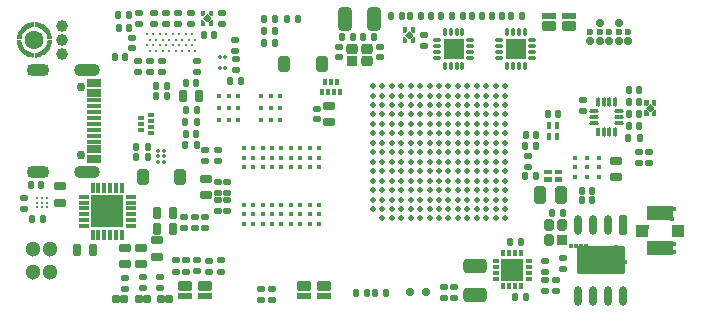
<source format=gts>
G04*
G04 #@! TF.GenerationSoftware,Altium Limited,Altium Designer,25.1.2 (22)*
G04*
G04 Layer_Color=8388736*
%FSLAX44Y44*%
%MOMM*%
G71*
G04*
G04 #@! TF.SameCoordinates,2BCE8437-4B4B-493D-AEBF-8C89570F1AAD*
G04*
G04*
G04 #@! TF.FilePolarity,Negative*
G04*
G01*
G75*
%ADD18C,0.4000*%
%ADD24C,0.3500*%
%ADD48C,0.0500*%
%ADD64C,0.5000*%
G04:AMPARAMS|DCode=65|XSize=0.35mm|YSize=0.7mm|CornerRadius=0.1125mm|HoleSize=0mm|Usage=FLASHONLY|Rotation=270.000|XOffset=0mm|YOffset=0mm|HoleType=Round|Shape=RoundedRectangle|*
%AMROUNDEDRECTD65*
21,1,0.3500,0.4750,0,0,270.0*
21,1,0.1250,0.7000,0,0,270.0*
1,1,0.2250,-0.2375,-0.0625*
1,1,0.2250,-0.2375,0.0625*
1,1,0.2250,0.2375,0.0625*
1,1,0.2250,0.2375,-0.0625*
%
%ADD65ROUNDEDRECTD65*%
G04:AMPARAMS|DCode=66|XSize=0.35mm|YSize=0.7mm|CornerRadius=0.1125mm|HoleSize=0mm|Usage=FLASHONLY|Rotation=180.000|XOffset=0mm|YOffset=0mm|HoleType=Round|Shape=RoundedRectangle|*
%AMROUNDEDRECTD66*
21,1,0.3500,0.4750,0,0,180.0*
21,1,0.1250,0.7000,0,0,180.0*
1,1,0.2250,-0.0625,0.2375*
1,1,0.2250,0.0625,0.2375*
1,1,0.2250,0.0625,-0.2375*
1,1,0.2250,-0.0625,-0.2375*
%
%ADD66ROUNDEDRECTD66*%
%ADD67R,1.7800X1.7800*%
%ADD68R,1.1000X1.1000*%
%ADD69R,2.3000X1.1500*%
%ADD70C,0.4500*%
G04:AMPARAMS|DCode=71|XSize=1.54mm|YSize=1.04mm|CornerRadius=0.295mm|HoleSize=0mm|Usage=FLASHONLY|Rotation=90.000|XOffset=0mm|YOffset=0mm|HoleType=Round|Shape=RoundedRectangle|*
%AMROUNDEDRECTD71*
21,1,1.5400,0.4500,0,0,90.0*
21,1,0.9500,1.0400,0,0,90.0*
1,1,0.5900,0.2250,0.4750*
1,1,0.5900,0.2250,-0.4750*
1,1,0.5900,-0.2250,-0.4750*
1,1,0.5900,-0.2250,0.4750*
%
%ADD71ROUNDEDRECTD71*%
%ADD72C,0.3000*%
G04:AMPARAMS|DCode=73|XSize=0.7mm|YSize=0.55mm|CornerRadius=0.1625mm|HoleSize=0mm|Usage=FLASHONLY|Rotation=0.000|XOffset=0mm|YOffset=0mm|HoleType=Round|Shape=RoundedRectangle|*
%AMROUNDEDRECTD73*
21,1,0.7000,0.2250,0,0,0.0*
21,1,0.3750,0.5500,0,0,0.0*
1,1,0.3250,0.1875,-0.1125*
1,1,0.3250,-0.1875,-0.1125*
1,1,0.3250,-0.1875,0.1125*
1,1,0.3250,0.1875,0.1125*
%
%ADD73ROUNDEDRECTD73*%
G04:AMPARAMS|DCode=74|XSize=0.7mm|YSize=0.55mm|CornerRadius=0.1625mm|HoleSize=0mm|Usage=FLASHONLY|Rotation=270.000|XOffset=0mm|YOffset=0mm|HoleType=Round|Shape=RoundedRectangle|*
%AMROUNDEDRECTD74*
21,1,0.7000,0.2250,0,0,270.0*
21,1,0.3750,0.5500,0,0,270.0*
1,1,0.3250,-0.1125,-0.1875*
1,1,0.3250,-0.1125,0.1875*
1,1,0.3250,0.1125,0.1875*
1,1,0.3250,0.1125,-0.1875*
%
%ADD74ROUNDEDRECTD74*%
G04:AMPARAMS|DCode=75|XSize=0.6mm|YSize=0.7mm|CornerRadius=0.1125mm|HoleSize=0mm|Usage=FLASHONLY|Rotation=0.000|XOffset=0mm|YOffset=0mm|HoleType=Round|Shape=RoundedRectangle|*
%AMROUNDEDRECTD75*
21,1,0.6000,0.4750,0,0,0.0*
21,1,0.3750,0.7000,0,0,0.0*
1,1,0.2250,0.1875,-0.2375*
1,1,0.2250,-0.1875,-0.2375*
1,1,0.2250,-0.1875,0.2375*
1,1,0.2250,0.1875,0.2375*
%
%ADD75ROUNDEDRECTD75*%
%ADD76O,0.9500X0.3800*%
%ADD77O,0.3800X0.9500*%
%ADD78R,0.3800X0.9500*%
%ADD79R,2.8000X2.8000*%
%ADD80C,0.3200*%
%ADD81R,1.9000X1.9000*%
G04:AMPARAMS|DCode=82|XSize=0.36mm|YSize=0.58mm|CornerRadius=0.115mm|HoleSize=0mm|Usage=FLASHONLY|Rotation=90.000|XOffset=0mm|YOffset=0mm|HoleType=Round|Shape=RoundedRectangle|*
%AMROUNDEDRECTD82*
21,1,0.3600,0.3500,0,0,90.0*
21,1,0.1300,0.5800,0,0,90.0*
1,1,0.2300,0.1750,0.0650*
1,1,0.2300,0.1750,-0.0650*
1,1,0.2300,-0.1750,-0.0650*
1,1,0.2300,-0.1750,0.0650*
%
%ADD82ROUNDEDRECTD82*%
G04:AMPARAMS|DCode=83|XSize=0.36mm|YSize=0.58mm|CornerRadius=0.115mm|HoleSize=0mm|Usage=FLASHONLY|Rotation=180.000|XOffset=0mm|YOffset=0mm|HoleType=Round|Shape=RoundedRectangle|*
%AMROUNDEDRECTD83*
21,1,0.3600,0.3500,0,0,180.0*
21,1,0.1300,0.5800,0,0,180.0*
1,1,0.2300,-0.0650,0.1750*
1,1,0.2300,0.0650,0.1750*
1,1,0.2300,0.0650,-0.1750*
1,1,0.2300,-0.0650,-0.1750*
%
%ADD83ROUNDEDRECTD83*%
%ADD84R,0.3000X0.6300*%
%ADD85R,0.9700X0.8700*%
G04:AMPARAMS|DCode=86|XSize=0.97mm|YSize=0.87mm|CornerRadius=0.2475mm|HoleSize=0mm|Usage=FLASHONLY|Rotation=0.000|XOffset=0mm|YOffset=0mm|HoleType=Round|Shape=RoundedRectangle|*
%AMROUNDEDRECTD86*
21,1,0.9700,0.3750,0,0,0.0*
21,1,0.4750,0.8700,0,0,0.0*
1,1,0.4950,0.2375,-0.1875*
1,1,0.4950,-0.2375,-0.1875*
1,1,0.4950,-0.2375,0.1875*
1,1,0.4950,0.2375,0.1875*
%
%ADD86ROUNDEDRECTD86*%
G04:AMPARAMS|DCode=87|XSize=1.2mm|YSize=2mm|CornerRadius=0.325mm|HoleSize=0mm|Usage=FLASHONLY|Rotation=270.000|XOffset=0mm|YOffset=0mm|HoleType=Round|Shape=RoundedRectangle|*
%AMROUNDEDRECTD87*
21,1,1.2000,1.3500,0,0,270.0*
21,1,0.5500,2.0000,0,0,270.0*
1,1,0.6500,-0.6750,-0.2750*
1,1,0.6500,-0.6750,0.2750*
1,1,0.6500,0.6750,0.2750*
1,1,0.6500,0.6750,-0.2750*
%
%ADD87ROUNDEDRECTD87*%
G04:AMPARAMS|DCode=88|XSize=0.97mm|YSize=0.72mm|CornerRadius=0.135mm|HoleSize=0mm|Usage=FLASHONLY|Rotation=90.000|XOffset=0mm|YOffset=0mm|HoleType=Round|Shape=RoundedRectangle|*
%AMROUNDEDRECTD88*
21,1,0.9700,0.4500,0,0,90.0*
21,1,0.7000,0.7200,0,0,90.0*
1,1,0.2700,0.2250,0.3500*
1,1,0.2700,0.2250,-0.3500*
1,1,0.2700,-0.2250,-0.3500*
1,1,0.2700,-0.2250,0.3500*
%
%ADD88ROUNDEDRECTD88*%
G04:AMPARAMS|DCode=89|XSize=1.02mm|YSize=0.72mm|CornerRadius=0.21mm|HoleSize=0mm|Usage=FLASHONLY|Rotation=0.000|XOffset=0mm|YOffset=0mm|HoleType=Round|Shape=RoundedRectangle|*
%AMROUNDEDRECTD89*
21,1,1.0200,0.3000,0,0,0.0*
21,1,0.6000,0.7200,0,0,0.0*
1,1,0.4200,0.3000,-0.1500*
1,1,0.4200,-0.3000,-0.1500*
1,1,0.4200,-0.3000,0.1500*
1,1,0.4200,0.3000,0.1500*
%
%ADD89ROUNDEDRECTD89*%
G04:AMPARAMS|DCode=90|XSize=0.35mm|YSize=0.775mm|CornerRadius=0.1125mm|HoleSize=0mm|Usage=FLASHONLY|Rotation=90.000|XOffset=0mm|YOffset=0mm|HoleType=Round|Shape=RoundedRectangle|*
%AMROUNDEDRECTD90*
21,1,0.3500,0.5500,0,0,90.0*
21,1,0.1250,0.7750,0,0,90.0*
1,1,0.2250,0.2750,0.0625*
1,1,0.2250,0.2750,-0.0625*
1,1,0.2250,-0.2750,-0.0625*
1,1,0.2250,-0.2750,0.0625*
%
%ADD90ROUNDEDRECTD90*%
G04:AMPARAMS|DCode=91|XSize=0.35mm|YSize=0.775mm|CornerRadius=0.1125mm|HoleSize=0mm|Usage=FLASHONLY|Rotation=180.000|XOffset=0mm|YOffset=0mm|HoleType=Round|Shape=RoundedRectangle|*
%AMROUNDEDRECTD91*
21,1,0.3500,0.5500,0,0,180.0*
21,1,0.1250,0.7750,0,0,180.0*
1,1,0.2250,-0.0625,0.2750*
1,1,0.2250,0.0625,0.2750*
1,1,0.2250,0.0625,-0.2750*
1,1,0.2250,-0.0625,-0.2750*
%
%ADD91ROUNDEDRECTD91*%
%ADD92R,0.3500X0.7750*%
%ADD93C,1.0000*%
G04:AMPARAMS|DCode=94|XSize=1.3mm|YSize=1mm|CornerRadius=0.1625mm|HoleSize=0mm|Usage=FLASHONLY|Rotation=90.000|XOffset=0mm|YOffset=0mm|HoleType=Round|Shape=RoundedRectangle|*
%AMROUNDEDRECTD94*
21,1,1.3000,0.6750,0,0,90.0*
21,1,0.9750,1.0000,0,0,90.0*
1,1,0.3250,0.3375,0.4875*
1,1,0.3250,0.3375,-0.4875*
1,1,0.3250,-0.3375,-0.4875*
1,1,0.3250,-0.3375,0.4875*
%
%ADD94ROUNDEDRECTD94*%
%ADD95R,0.3600X0.3600*%
G04:AMPARAMS|DCode=96|XSize=1.24mm|YSize=0.5mm|CornerRadius=0.1mm|HoleSize=0mm|Usage=FLASHONLY|Rotation=180.000|XOffset=0mm|YOffset=0mm|HoleType=Round|Shape=RoundedRectangle|*
%AMROUNDEDRECTD96*
21,1,1.2400,0.3000,0,0,180.0*
21,1,1.0400,0.5000,0,0,180.0*
1,1,0.2000,-0.5200,0.1500*
1,1,0.2000,0.5200,0.1500*
1,1,0.2000,0.5200,-0.1500*
1,1,0.2000,-0.5200,-0.1500*
%
%ADD96ROUNDEDRECTD96*%
G04:AMPARAMS|DCode=97|XSize=1.24mm|YSize=0.9mm|CornerRadius=0.15mm|HoleSize=0mm|Usage=FLASHONLY|Rotation=180.000|XOffset=0mm|YOffset=0mm|HoleType=Round|Shape=RoundedRectangle|*
%AMROUNDEDRECTD97*
21,1,1.2400,0.6000,0,0,180.0*
21,1,0.9400,0.9000,0,0,180.0*
1,1,0.3000,-0.4700,0.3000*
1,1,0.3000,0.4700,0.3000*
1,1,0.3000,0.4700,-0.3000*
1,1,0.3000,-0.4700,-0.3000*
%
%ADD97ROUNDEDRECTD97*%
%ADD98C,0.6000*%
%ADD99R,1.2400X0.7000*%
%ADD100R,1.2400X0.4000*%
G04:AMPARAMS|DCode=101|XSize=1.7mm|YSize=0.7mm|CornerRadius=0.2mm|HoleSize=0mm|Usage=FLASHONLY|Rotation=270.000|XOffset=0mm|YOffset=0mm|HoleType=Round|Shape=RoundedRectangle|*
%AMROUNDEDRECTD101*
21,1,1.7000,0.3000,0,0,270.0*
21,1,1.3000,0.7000,0,0,270.0*
1,1,0.4000,-0.1500,-0.6500*
1,1,0.4000,-0.1500,0.6500*
1,1,0.4000,0.1500,0.6500*
1,1,0.4000,0.1500,-0.6500*
%
%ADD101ROUNDEDRECTD101*%
%ADD102O,0.7000X1.7000*%
G04:AMPARAMS|DCode=103|XSize=2.4mm|YSize=4.1mm|CornerRadius=0.28mm|HoleSize=0mm|Usage=FLASHONLY|Rotation=270.000|XOffset=0mm|YOffset=0mm|HoleType=Round|Shape=RoundedRectangle|*
%AMROUNDEDRECTD103*
21,1,2.4000,3.5400,0,0,270.0*
21,1,1.8400,4.1000,0,0,270.0*
1,1,0.5600,-1.7700,-0.9200*
1,1,0.5600,-1.7700,0.9200*
1,1,0.5600,1.7700,0.9200*
1,1,0.5600,1.7700,-0.9200*
%
%ADD103ROUNDEDRECTD103*%
G04:AMPARAMS|DCode=104|XSize=0.97mm|YSize=0.87mm|CornerRadius=0.2475mm|HoleSize=0mm|Usage=FLASHONLY|Rotation=90.000|XOffset=0mm|YOffset=0mm|HoleType=Round|Shape=RoundedRectangle|*
%AMROUNDEDRECTD104*
21,1,0.9700,0.3750,0,0,90.0*
21,1,0.4750,0.8700,0,0,90.0*
1,1,0.4950,0.1875,0.2375*
1,1,0.4950,0.1875,-0.2375*
1,1,0.4950,-0.1875,-0.2375*
1,1,0.4950,-0.1875,0.2375*
%
%ADD104ROUNDEDRECTD104*%
%ADD105R,0.8700X0.9700*%
G04:AMPARAMS|DCode=106|XSize=1.2mm|YSize=2mm|CornerRadius=0.325mm|HoleSize=0mm|Usage=FLASHONLY|Rotation=0.000|XOffset=0mm|YOffset=0mm|HoleType=Round|Shape=RoundedRectangle|*
%AMROUNDEDRECTD106*
21,1,1.2000,1.3500,0,0,0.0*
21,1,0.5500,2.0000,0,0,0.0*
1,1,0.6500,0.2750,-0.6750*
1,1,0.6500,-0.2750,-0.6750*
1,1,0.6500,-0.2750,0.6750*
1,1,0.6500,0.2750,0.6750*
%
%ADD106ROUNDEDRECTD106*%
%ADD107R,0.6300X0.3000*%
G04:AMPARAMS|DCode=108|XSize=0.97mm|YSize=0.72mm|CornerRadius=0.135mm|HoleSize=0mm|Usage=FLASHONLY|Rotation=0.000|XOffset=0mm|YOffset=0mm|HoleType=Round|Shape=RoundedRectangle|*
%AMROUNDEDRECTD108*
21,1,0.9700,0.4500,0,0,0.0*
21,1,0.7000,0.7200,0,0,0.0*
1,1,0.2700,0.3500,-0.2250*
1,1,0.2700,-0.3500,-0.2250*
1,1,0.2700,-0.3500,0.2250*
1,1,0.2700,0.3500,0.2250*
%
%ADD108ROUNDEDRECTD108*%
%ADD109R,0.3600X0.3600*%
G04:AMPARAMS|DCode=110|XSize=0.6mm|YSize=0.7mm|CornerRadius=0.175mm|HoleSize=0mm|Usage=FLASHONLY|Rotation=180.000|XOffset=0mm|YOffset=0mm|HoleType=Round|Shape=RoundedRectangle|*
%AMROUNDEDRECTD110*
21,1,0.6000,0.3500,0,0,180.0*
21,1,0.2500,0.7000,0,0,180.0*
1,1,0.3500,-0.1250,0.1750*
1,1,0.3500,0.1250,0.1750*
1,1,0.3500,0.1250,-0.1750*
1,1,0.3500,-0.1250,-0.1750*
%
%ADD110ROUNDEDRECTD110*%
%ADD111C,1.6000*%
%ADD112C,1.3000*%
%ADD113O,1.9000X1.1000*%
%ADD114O,2.2000X1.1000*%
%ADD115C,0.7500*%
%ADD116C,0.1000*%
%ADD117C,0.7000*%
G36*
X161644Y252490D02*
X162120D01*
X162120Y252015D01*
X162122Y251990D01*
Y249590D01*
X162120Y249564D01*
X162120Y249290D01*
X160420Y247590D01*
X160144Y247590D01*
X160120Y247588D01*
X160120Y247588D01*
X159020D01*
X158996Y247590D01*
X158520Y247590D01*
Y248065D01*
X158518Y248090D01*
Y251990D01*
X158520Y252015D01*
Y252490D01*
X158996D01*
X159020Y252492D01*
X161620D01*
X161644Y252490D01*
D02*
G37*
G36*
X168144D02*
X168620D01*
Y252015D01*
X168622Y251990D01*
Y248090D01*
X168620Y248065D01*
Y247590D01*
X168144Y247590D01*
X168120Y247588D01*
X167020D01*
X167020Y247588D01*
X166996Y247590D01*
X166720Y247590D01*
X165020Y249290D01*
X165020Y249564D01*
X165018Y249590D01*
Y251990D01*
X165020Y252015D01*
X165020Y252490D01*
X165495D01*
X165520Y252492D01*
X168120D01*
X168144Y252490D01*
D02*
G37*
G36*
X167020Y244392D02*
X168120D01*
X168144Y244390D01*
X168620Y244390D01*
Y243915D01*
X168622Y243890D01*
Y239990D01*
X168620Y239965D01*
Y239490D01*
X168144D01*
X168120Y239488D01*
X165520D01*
X165495Y239490D01*
X165020D01*
X165020Y239965D01*
X165018Y239990D01*
Y242390D01*
X165020Y242416D01*
X165020Y242690D01*
X166720Y244390D01*
X166996Y244390D01*
X167020Y244392D01*
X167020Y244392D01*
D02*
G37*
G36*
X16362Y242655D02*
X16394Y242654D01*
X16411Y242650D01*
X16428Y242648D01*
X16458Y242639D01*
X16490Y242632D01*
X16506Y242625D01*
X16522Y242620D01*
X16550Y242605D01*
X16580Y242591D01*
X16594Y242581D01*
X16609Y242573D01*
X16633Y242553D01*
X16660Y242534D01*
X16672Y242522D01*
X16685Y242511D01*
X16706Y242486D01*
X16727Y242463D01*
X16737Y242448D01*
X16748Y242435D01*
X16763Y242406D01*
X16780Y242379D01*
X16786Y242363D01*
X16794Y242348D01*
X16803Y242317D01*
X16815Y242287D01*
X16818Y242270D01*
X16823Y242253D01*
X16826Y242222D01*
X16831Y242190D01*
X16831Y242173D01*
X16832Y242155D01*
X16833Y239146D01*
X16831Y239130D01*
X16832Y239113D01*
X16831Y239112D01*
X16831Y239111D01*
X16826Y239080D01*
X16823Y239049D01*
X16818Y239033D01*
X16816Y239016D01*
X16815Y239015D01*
X16815Y239014D01*
X16803Y238984D01*
X16795Y238954D01*
X16787Y238940D01*
X16781Y238924D01*
X16780Y238923D01*
X16780Y238922D01*
X16780Y238922D01*
X16763Y238895D01*
X16748Y238867D01*
X16738Y238855D01*
X16729Y238841D01*
X16728Y238839D01*
X16727Y238838D01*
X16705Y238815D01*
X16686Y238791D01*
X16673Y238781D01*
X16661Y238769D01*
X16660Y238768D01*
X16659Y238767D01*
X16634Y238749D01*
X16609Y238729D01*
X16595Y238721D01*
X16581Y238711D01*
X16580Y238711D01*
X16579Y238710D01*
X16550Y238697D01*
X16523Y238682D01*
X16507Y238678D01*
X16492Y238671D01*
X16490Y238670D01*
X16489Y238670D01*
X16458Y238663D01*
X16428Y238654D01*
X16412Y238652D01*
X16396Y238648D01*
X15433Y238522D01*
X13571Y238023D01*
X11833Y237213D01*
X10263Y236113D01*
X8907Y234758D01*
X7807Y233187D01*
X6997Y231450D01*
X6498Y229587D01*
X6372Y228624D01*
X6368Y228608D01*
X6366Y228592D01*
X6357Y228560D01*
X6349Y228528D01*
X6342Y228514D01*
X6338Y228498D01*
X6322Y228469D01*
X6309Y228439D01*
X6299Y228426D01*
X6291Y228411D01*
X6270Y228385D01*
X6251Y228359D01*
X6239Y228348D01*
X6229Y228335D01*
X6203Y228314D01*
X6180Y228291D01*
X6165Y228283D01*
X6153Y228272D01*
X6124Y228257D01*
X6096Y228239D01*
X6080Y228234D01*
X6066Y228226D01*
X6034Y228216D01*
X6004Y228205D01*
X5987Y228202D01*
X5972Y228197D01*
X5939Y228194D01*
X5907Y228189D01*
X5890Y228189D01*
X5874Y228188D01*
X2864Y228188D01*
X2847Y228190D01*
X2830Y228189D01*
X2798Y228194D01*
X2767Y228198D01*
X2750Y228203D01*
X2733Y228206D01*
X2703Y228217D01*
X2672Y228226D01*
X2672Y228226D01*
D01*
X2657Y228234D01*
X2641Y228241D01*
X2614Y228258D01*
X2585Y228273D01*
X2572Y228284D01*
X2557Y228293D01*
X2534Y228315D01*
X2509Y228335D01*
X2509Y228335D01*
X2509Y228335D01*
X2498Y228349D01*
X2486Y228361D01*
X2467Y228387D01*
X2447Y228411D01*
X2439Y228426D01*
X2429Y228441D01*
X2415Y228470D01*
X2400Y228498D01*
D01*
X2400Y228498D01*
X2395Y228515D01*
X2388Y228531D01*
X2381Y228562D01*
X2372Y228592D01*
X2370Y228610D01*
X2366Y228627D01*
X2365Y228659D01*
X2362Y228690D01*
Y228690D01*
Y228690D01*
X2364Y228708D01*
X2363Y228725D01*
X2453Y230024D01*
X2461Y230068D01*
X2467Y230112D01*
X3107Y232637D01*
X3122Y232679D01*
X3137Y232721D01*
X4216Y235091D01*
X4238Y235130D01*
X4260Y235169D01*
X5744Y237309D01*
X5772Y237343D01*
X5801Y237378D01*
X7642Y239219D01*
X7678Y239248D01*
X7711Y239277D01*
X9851Y240760D01*
X9890Y240782D01*
X9929Y240805D01*
X12299Y241883D01*
X12342Y241898D01*
X12384Y241913D01*
X14908Y242553D01*
X14952Y242559D01*
X14997Y242567D01*
X16295Y242657D01*
X16313Y242656D01*
X16330Y242658D01*
X16362Y242655D01*
D02*
G37*
G36*
X163863Y249297D02*
X163926Y249246D01*
X163926Y249246D01*
X163926Y249246D01*
X166825Y246345D01*
X166848Y246318D01*
X166873Y246287D01*
X167170Y245990D01*
X166873Y245693D01*
X166825Y245635D01*
X163925Y242734D01*
X163925Y242734D01*
X163925Y242734D01*
X163897Y242712D01*
X163866Y242686D01*
X163570Y242390D01*
X163277Y242683D01*
X163214Y242734D01*
X163214Y242734D01*
X163214Y242734D01*
X160315Y245635D01*
X160292Y245662D01*
X160267Y245693D01*
X159970Y245990D01*
X160266Y246287D01*
X160315Y246345D01*
X163215Y249246D01*
X163215Y249246D01*
X163215Y249246D01*
X163242Y249268D01*
X163274Y249294D01*
X163570Y249590D01*
X163863Y249297D01*
D02*
G37*
G36*
X160144Y244390D02*
X160420Y244390D01*
X162120Y242690D01*
X162120Y242416D01*
X162122Y242390D01*
Y239990D01*
X162120Y239965D01*
X162120Y239490D01*
X161644D01*
X161620Y239488D01*
X159020D01*
X158996Y239490D01*
X158520D01*
Y239965D01*
X158518Y239990D01*
Y243890D01*
X158520Y243915D01*
Y244390D01*
X158996Y244390D01*
X159020Y244392D01*
X160120D01*
X160120Y244392D01*
X160144Y244390D01*
D02*
G37*
G36*
X332724Y238250D02*
X333200D01*
X333200Y237775D01*
X333202Y237750D01*
Y235350D01*
X333200Y235324D01*
X333200Y235050D01*
X331500Y233350D01*
X331223Y233350D01*
X331200Y233348D01*
X331200Y233348D01*
X330100D01*
X330076Y233350D01*
X329600Y233350D01*
Y233825D01*
X329598Y233850D01*
Y237750D01*
X329600Y237775D01*
Y238250D01*
X330075D01*
X330100Y238252D01*
X332700D01*
X332724Y238250D01*
D02*
G37*
G36*
X339225D02*
X339700D01*
Y237775D01*
X339702Y237750D01*
Y233850D01*
X339700Y233825D01*
Y233350D01*
X339224Y233350D01*
X339200Y233348D01*
X338100D01*
X338100Y233348D01*
X338077Y233350D01*
X337800Y233350D01*
X336100Y235050D01*
X336100Y235324D01*
X336098Y235350D01*
Y237750D01*
X336100Y237775D01*
X336100Y238250D01*
X336576D01*
X336600Y238252D01*
X339200D01*
X339225Y238250D01*
D02*
G37*
G36*
X338100Y230152D02*
X339200D01*
X339224Y230150D01*
X339700Y230150D01*
Y229674D01*
X339702Y229650D01*
Y225750D01*
X339700Y225725D01*
Y225250D01*
X339225D01*
X339200Y225248D01*
X336600D01*
X336576Y225250D01*
X336100D01*
X336100Y225725D01*
X336098Y225750D01*
Y228150D01*
X336100Y228176D01*
X336100Y228450D01*
X337800Y230150D01*
X338077Y230150D01*
X338100Y230152D01*
X338100Y230152D01*
D02*
G37*
G36*
X18347Y242686D02*
X18365Y242687D01*
X19663Y242597D01*
X19708Y242589D01*
X19752Y242583D01*
X22276Y241943D01*
X22318Y241928D01*
X22361Y241913D01*
X24731Y240835D01*
X24769Y240812D01*
X24809Y240790D01*
X26948Y239307D01*
X26982Y239278D01*
X27018Y239249D01*
X28859Y237408D01*
X28888Y237373D01*
X28916Y237339D01*
X30400Y235199D01*
X30422Y235160D01*
X30444Y235121D01*
X31523Y232751D01*
X31538Y232709D01*
X31553Y232666D01*
X32193Y230142D01*
X32199Y230098D01*
X32207Y230054D01*
X32297Y228755D01*
X32296Y228738D01*
X32298Y228720D01*
Y228720D01*
Y228720D01*
X32295Y228692D01*
X32295Y228688D01*
X32294Y228657D01*
X32290Y228640D01*
X32288Y228622D01*
X32279Y228591D01*
X32272Y228561D01*
X32265Y228545D01*
X32260Y228528D01*
X32260Y228528D01*
D01*
X32244Y228500D01*
X32231Y228471D01*
X32221Y228457D01*
X32213Y228441D01*
X32193Y228416D01*
X32174Y228390D01*
X32162Y228379D01*
X32151Y228365D01*
X32151Y228365D01*
X32151Y228365D01*
X32126Y228344D01*
X32103Y228323D01*
X32088Y228314D01*
X32075Y228303D01*
X32046Y228287D01*
X32019Y228271D01*
X32003Y228264D01*
X31988Y228256D01*
D01*
X31988Y228256D01*
X31957Y228247D01*
X31927Y228235D01*
X31910Y228233D01*
X31893Y228228D01*
X31862Y228224D01*
X31830Y228219D01*
X31813Y228220D01*
X31795Y228218D01*
X28786Y228218D01*
X28770Y228219D01*
X28753Y228219D01*
X28721Y228224D01*
X28688Y228227D01*
X28672Y228232D01*
X28656Y228235D01*
X28626Y228246D01*
X28594Y228256D01*
X28579Y228264D01*
X28564Y228269D01*
X28536Y228287D01*
X28507Y228302D01*
X28495Y228313D01*
X28480Y228321D01*
X28456Y228344D01*
X28431Y228365D01*
X28421Y228377D01*
X28409Y228389D01*
X28390Y228415D01*
X28369Y228441D01*
X28361Y228455D01*
X28351Y228469D01*
X28338Y228499D01*
X28322Y228528D01*
X28317Y228543D01*
X28311Y228559D01*
X28303Y228591D01*
X28294Y228622D01*
X28292Y228638D01*
X28288Y228654D01*
X28162Y229617D01*
X27663Y231479D01*
X26853Y233217D01*
X25753Y234788D01*
X24397Y236143D01*
X22827Y237243D01*
X21089Y238053D01*
X19226Y238552D01*
X18264Y238678D01*
X18248Y238682D01*
X18232Y238684D01*
X18215Y238689D01*
X18197Y238692D01*
X18183Y238697D01*
X18168Y238701D01*
X18153Y238708D01*
X18137Y238712D01*
X18122Y238720D01*
X18105Y238727D01*
X18092Y238735D01*
X18079Y238741D01*
X18065Y238751D01*
X18051Y238759D01*
X18037Y238770D01*
X18022Y238780D01*
X18011Y238790D01*
X17998Y238799D01*
X17987Y238811D01*
X17974Y238821D01*
X17963Y238835D01*
X17950Y238847D01*
X17941Y238859D01*
X17931Y238871D01*
X17922Y238885D01*
X17912Y238897D01*
X17904Y238913D01*
X17893Y238928D01*
X17887Y238941D01*
X17879Y238954D01*
X17873Y238970D01*
X17866Y238984D01*
X17860Y239001D01*
X17853Y239018D01*
X17850Y239032D01*
X17844Y239046D01*
X17842Y239063D01*
X17837Y239079D01*
X17835Y239096D01*
X17831Y239114D01*
X17831Y239129D01*
X17828Y239144D01*
X17829Y239160D01*
X17827Y239177D01*
X17828Y242185D01*
X17829Y242203D01*
X17829Y242220D01*
X17834Y242252D01*
X17837Y242283D01*
X17842Y242300D01*
X17845Y242317D01*
X17857Y242347D01*
X17866Y242378D01*
X17874Y242393D01*
X17880Y242409D01*
X17897Y242436D01*
X17912Y242465D01*
X17923Y242478D01*
X17932Y242493D01*
X17954Y242516D01*
X17975Y242541D01*
X17988Y242552D01*
X18000Y242564D01*
X18026Y242583D01*
X18051Y242603D01*
X18066Y242611D01*
X18080Y242621D01*
X18110Y242635D01*
X18138Y242650D01*
X18154Y242655D01*
X18170Y242662D01*
X18201Y242669D01*
X18232Y242678D01*
X18249Y242680D01*
X18266Y242684D01*
X18298Y242685D01*
X18330Y242688D01*
X18347Y242686D01*
D02*
G37*
G36*
X334943Y235057D02*
X335006Y235006D01*
X335006Y235006D01*
X335006Y235006D01*
X337905Y232105D01*
X337928Y232078D01*
X337953Y232047D01*
X338250Y231750D01*
X337953Y231453D01*
X337905Y231395D01*
X335005Y228494D01*
X335005Y228494D01*
X335005Y228494D01*
X334978Y228472D01*
X334946Y228446D01*
X334650Y228150D01*
X334357Y228443D01*
X334294Y228494D01*
X334294Y228494D01*
X334294Y228494D01*
X331395Y231395D01*
X331372Y231422D01*
X331347Y231453D01*
X331050Y231750D01*
X331347Y232047D01*
X331395Y232105D01*
X334295Y235006D01*
X334295Y235006D01*
X334295Y235006D01*
X334323Y235028D01*
X334354Y235054D01*
X334650Y235350D01*
X334943Y235057D01*
D02*
G37*
G36*
X31786Y227192D02*
X31803Y227190D01*
X31820Y227191D01*
X31851Y227186D01*
X31883Y227182D01*
X31900Y227177D01*
X31917Y227174D01*
X31947Y227163D01*
X31978Y227154D01*
X31993Y227145D01*
X32009Y227139D01*
X32036Y227123D01*
X32065Y227107D01*
X32078Y227096D01*
X32093Y227087D01*
X32115Y227066D01*
X32141Y227045D01*
X32152Y227031D01*
X32164Y227020D01*
X32183Y226994D01*
X32189Y226986D01*
X32203Y226969D01*
X32206Y226963D01*
X32211Y226953D01*
X32221Y226939D01*
X32234Y226910D01*
X32250Y226882D01*
X32255Y226865D01*
X32262Y226849D01*
X32269Y226819D01*
X32278Y226788D01*
X32280Y226770D01*
X32284Y226753D01*
X32285Y226722D01*
X32286Y226707D01*
X32288Y226690D01*
Y226690D01*
Y226690D01*
X32286Y226672D01*
X32287Y226655D01*
X32197Y225356D01*
X32189Y225312D01*
X32183Y225267D01*
X31543Y222743D01*
X31528Y222701D01*
X31513Y222659D01*
X30434Y220289D01*
X30412Y220250D01*
X30390Y220211D01*
X28906Y218071D01*
X28877Y218037D01*
X28849Y218002D01*
X27008Y216161D01*
X26972Y216132D01*
X26939Y216103D01*
X24799Y214620D01*
X24759Y214598D01*
X24721Y214575D01*
X22351Y213496D01*
X22308Y213482D01*
X22266Y213467D01*
X19742Y212827D01*
X19698Y212821D01*
X19653Y212813D01*
X18355Y212723D01*
X18337Y212724D01*
X18320Y212722D01*
X18288Y212725D01*
X18256Y212726D01*
X18239Y212730D01*
X18222Y212732D01*
X18191Y212741D01*
X18160Y212748D01*
X18144Y212755D01*
X18128Y212760D01*
X18099Y212775D01*
X18070Y212789D01*
X18056Y212799D01*
X18041Y212807D01*
X18016Y212827D01*
X17990Y212846D01*
X17978Y212858D01*
X17965Y212869D01*
X17944Y212894D01*
X17923Y212917D01*
X17913Y212932D01*
X17902Y212945D01*
X17887Y212974D01*
X17870Y213001D01*
X17864Y213017D01*
X17856Y213032D01*
X17846Y213063D01*
X17835Y213093D01*
X17832Y213110D01*
X17827Y213127D01*
X17824Y213158D01*
X17819Y213190D01*
X17819Y213207D01*
X17817Y213225D01*
X17817Y216233D01*
X17817Y216234D01*
X17819Y216250D01*
X17818Y216266D01*
X17824Y216299D01*
X17827Y216332D01*
X17832Y216347D01*
X17834Y216364D01*
X17846Y216394D01*
X17855Y216426D01*
X17863Y216440D01*
X17869Y216456D01*
X17886Y216484D01*
X17902Y216513D01*
X17912Y216525D01*
X17921Y216539D01*
X17944Y216563D01*
X17964Y216589D01*
X17977Y216599D01*
X17989Y216611D01*
X18015Y216630D01*
X18040Y216651D01*
X18055Y216659D01*
X18068Y216669D01*
X18098Y216682D01*
X18127Y216698D01*
X18143Y216702D01*
X18158Y216709D01*
X18190Y216717D01*
X18222Y216726D01*
X18238Y216728D01*
X18254Y216732D01*
X19216Y216858D01*
X21079Y217357D01*
X22817Y218167D01*
X24388Y219267D01*
X25743Y220622D01*
X26843Y222193D01*
X27653Y223930D01*
X28152Y225793D01*
X28278Y226756D01*
X28282Y226772D01*
X28284Y226788D01*
X28293Y226820D01*
X28301Y226851D01*
X28307Y226866D01*
X28312Y226882D01*
X28328Y226911D01*
X28341Y226941D01*
X28351Y226954D01*
X28359Y226969D01*
X28380Y226995D01*
X28399Y227021D01*
X28410Y227032D01*
X28421Y227045D01*
X28447Y227066D01*
X28470Y227089D01*
X28485Y227097D01*
X28497Y227108D01*
X28526Y227123D01*
X28554Y227141D01*
X28570Y227146D01*
X28584Y227154D01*
X28616Y227164D01*
X28646Y227175D01*
X28663Y227178D01*
X28678Y227183D01*
X28711Y227186D01*
X28743Y227191D01*
X28760Y227191D01*
X28776Y227192D01*
X31786Y227192D01*
D02*
G37*
G36*
X5880Y227191D02*
X5896Y227191D01*
X5929Y227186D01*
X5961Y227183D01*
X5977Y227178D01*
X5994Y227175D01*
X6024Y227164D01*
X6056Y227154D01*
X6070Y227146D01*
X6086Y227141D01*
X6114Y227123D01*
X6143Y227108D01*
X6155Y227097D01*
X6169Y227089D01*
X6193Y227066D01*
X6219Y227045D01*
X6229Y227032D01*
X6241Y227021D01*
X6260Y226995D01*
X6281Y226969D01*
X6289Y226954D01*
X6299Y226941D01*
X6312Y226911D01*
X6328Y226882D01*
X6332Y226866D01*
X6339Y226851D01*
X6347Y226820D01*
X6356Y226788D01*
X6358Y226772D01*
X6362Y226756D01*
X6488Y225793D01*
X6987Y223930D01*
X7797Y222193D01*
X8897Y220622D01*
X10253Y219267D01*
X11823Y218167D01*
X13561Y217357D01*
X15424Y216858D01*
X16386Y216732D01*
X16402Y216728D01*
X16418Y216726D01*
X16450Y216717D01*
X16482Y216709D01*
X16497Y216702D01*
X16513Y216698D01*
X16513Y216698D01*
D01*
X16542Y216682D01*
X16571Y216669D01*
X16585Y216659D01*
X16600Y216651D01*
X16625Y216630D01*
X16652Y216611D01*
X16663Y216599D01*
X16676Y216589D01*
X16676Y216589D01*
X16676Y216589D01*
X16696Y216563D01*
X16719Y216539D01*
X16728Y216525D01*
X16738Y216513D01*
X16753Y216484D01*
X16771Y216456D01*
X16777Y216441D01*
X16784Y216426D01*
D01*
X16784Y216426D01*
X16794Y216394D01*
X16805Y216364D01*
X16808Y216348D01*
X16813Y216332D01*
X16816Y216299D01*
X16822Y216266D01*
X16821Y216250D01*
X16823Y216234D01*
Y216234D01*
Y216234D01*
X16822Y213225D01*
X16821Y213207D01*
X16821Y213190D01*
X16816Y213158D01*
X16813Y213127D01*
X16808Y213110D01*
X16805Y213093D01*
X16793Y213063D01*
X16784Y213032D01*
X16776Y213017D01*
X16770Y213001D01*
X16753Y212974D01*
X16738Y212945D01*
X16727Y212932D01*
X16717Y212917D01*
X16696Y212894D01*
X16675Y212869D01*
X16662Y212858D01*
X16650Y212846D01*
X16624Y212827D01*
X16599Y212807D01*
X16584Y212799D01*
X16570Y212789D01*
X16540Y212775D01*
X16512Y212760D01*
X16495Y212755D01*
X16480Y212748D01*
X16449Y212741D01*
X16418Y212732D01*
X16401Y212730D01*
X16384Y212726D01*
X16352Y212725D01*
X16320Y212722D01*
X16303Y212724D01*
X16285Y212723D01*
X14986Y212813D01*
X14942Y212821D01*
X14898Y212827D01*
X12374Y213467D01*
X12332Y213482D01*
X12289Y213496D01*
X9919Y214575D01*
X9880Y214598D01*
X9841Y214620D01*
X7701Y216103D01*
X7668Y216132D01*
X7632Y216161D01*
X5791Y218002D01*
X5762Y218037D01*
X5734Y218071D01*
X4250Y220211D01*
X4228Y220250D01*
X4205Y220289D01*
X3127Y222659D01*
X3112Y222701D01*
X3097Y222743D01*
X2457Y225267D01*
X2451Y225312D01*
X2443Y225356D01*
X2353Y226655D01*
X2354Y226672D01*
X2352Y226690D01*
D01*
Y226690D01*
Y226690D01*
X2355Y226721D01*
X2356Y226753D01*
X2360Y226770D01*
X2362Y226788D01*
X2371Y226818D01*
X2378Y226849D01*
X2385Y226865D01*
X2390Y226882D01*
X2390Y226882D01*
D01*
X2405Y226910D01*
X2419Y226939D01*
X2429Y226953D01*
X2437Y226969D01*
X2457Y226994D01*
X2476Y227020D01*
X2488Y227031D01*
X2499Y227045D01*
X2499Y227045D01*
X2499Y227045D01*
X2524Y227066D01*
X2547Y227087D01*
X2562Y227096D01*
X2575Y227107D01*
X2604Y227123D01*
X2631Y227139D01*
X2647Y227146D01*
X2662Y227154D01*
D01*
X2662Y227154D01*
X2693Y227163D01*
X2723Y227174D01*
X2740Y227177D01*
X2756Y227182D01*
X2789Y227186D01*
X2820Y227191D01*
X2837Y227190D01*
X2855Y227192D01*
X5864Y227192D01*
X5880Y227191D01*
D02*
G37*
G36*
X331223Y230150D02*
X331500Y230150D01*
X333200Y228450D01*
X333200Y228176D01*
X333202Y228150D01*
Y225750D01*
X333200Y225725D01*
X333200Y225250D01*
X332724D01*
X332700Y225248D01*
X330100D01*
X330075Y225250D01*
X329600D01*
Y225725D01*
X329598Y225750D01*
Y229650D01*
X329600Y229674D01*
Y230150D01*
X330076Y230150D01*
X330100Y230152D01*
X331200D01*
X331200Y230152D01*
X331223Y230150D01*
D02*
G37*
G36*
X536824Y176450D02*
X537300D01*
X537300Y175975D01*
X537302Y175950D01*
Y173550D01*
X537300Y173524D01*
X537300Y173250D01*
X535600Y171550D01*
X535323Y171550D01*
X535300Y171548D01*
X535300Y171548D01*
X534200D01*
X534176Y171550D01*
X533700Y171550D01*
Y172026D01*
X533698Y172050D01*
Y175950D01*
X533700Y175975D01*
Y176450D01*
X534175D01*
X534200Y176452D01*
X536800D01*
X536824Y176450D01*
D02*
G37*
G36*
X543325D02*
X543800D01*
Y175975D01*
X543802Y175950D01*
Y172050D01*
X543800Y172026D01*
Y171550D01*
X543324Y171550D01*
X543300Y171548D01*
X542200D01*
X542200Y171548D01*
X542177Y171550D01*
X541900Y171550D01*
X540200Y173250D01*
X540200Y173524D01*
X540198Y173550D01*
Y175950D01*
X540200Y175975D01*
X540200Y176450D01*
X540676D01*
X540700Y176452D01*
X543300D01*
X543325Y176450D01*
D02*
G37*
G36*
X542200Y168352D02*
X543300D01*
X543324Y168350D01*
X543800Y168350D01*
Y167875D01*
X543802Y167850D01*
Y163950D01*
X543800Y163925D01*
Y163450D01*
X543325D01*
X543300Y163448D01*
X540700D01*
X540676Y163450D01*
X540200D01*
X540200Y163925D01*
X540198Y163950D01*
Y166350D01*
X540200Y166376D01*
X540200Y166650D01*
X541900Y168350D01*
X542177Y168350D01*
X542200Y168352D01*
X542200Y168352D01*
D02*
G37*
G36*
X539043Y173257D02*
X539106Y173206D01*
X539106Y173206D01*
X539106Y173206D01*
X542005Y170305D01*
X542028Y170278D01*
X542053Y170247D01*
X542350Y169950D01*
X542053Y169653D01*
X542005Y169595D01*
X539105Y166694D01*
X539105Y166694D01*
X539105Y166694D01*
X539078Y166672D01*
X539046Y166646D01*
X538750Y166350D01*
X538457Y166643D01*
X538394Y166694D01*
X538394Y166694D01*
X538394Y166694D01*
X535495Y169595D01*
X535472Y169622D01*
X535447Y169653D01*
X535150Y169950D01*
X535447Y170247D01*
X535495Y170305D01*
X538395Y173206D01*
X538395Y173206D01*
X538395Y173206D01*
X538423Y173228D01*
X538454Y173254D01*
X538750Y173550D01*
X539043Y173257D01*
D02*
G37*
G36*
X535323Y168350D02*
X535600Y168350D01*
X537300Y166650D01*
X537300Y166376D01*
X537302Y166350D01*
Y163950D01*
X537300Y163925D01*
X537300Y163450D01*
X536824D01*
X536800Y163448D01*
X534200D01*
X534175Y163450D01*
X533700D01*
Y163925D01*
X533698Y163950D01*
Y167850D01*
X533700Y167875D01*
Y168350D01*
X534176Y168350D01*
X534200Y168352D01*
X535300D01*
X535300Y168352D01*
X535323Y168350D01*
D02*
G37*
G36*
X461521Y151950D02*
X457821D01*
Y158250D01*
X461521D01*
Y151950D01*
D02*
G37*
G36*
X455021D02*
X451321D01*
Y158250D01*
X455021D01*
Y151950D01*
D02*
G37*
G36*
X461521Y142850D02*
X457821D01*
Y149150D01*
X461521D01*
Y142850D01*
D02*
G37*
G36*
X455021D02*
X451321D01*
Y149150D01*
X455021D01*
Y142850D01*
D02*
G37*
G36*
X464300Y114100D02*
X458000D01*
Y117800D01*
X464300D01*
Y114100D01*
D02*
G37*
G36*
X455200D02*
X448900D01*
Y117800D01*
X455200D01*
Y114100D01*
D02*
G37*
G36*
X464300Y107600D02*
X458000D01*
Y111300D01*
X464300D01*
Y107600D01*
D02*
G37*
G36*
X455200D02*
X448900D01*
Y111300D01*
X455200D01*
Y107600D01*
D02*
G37*
D18*
X209500Y160000D02*
D03*
Y170000D02*
D03*
Y180000D02*
D03*
X217500Y160000D02*
D03*
Y170000D02*
D03*
Y180000D02*
D03*
X225500Y160000D02*
D03*
Y170000D02*
D03*
Y180000D02*
D03*
X174000Y160000D02*
D03*
Y170000D02*
D03*
Y180000D02*
D03*
X182000Y160000D02*
D03*
Y170000D02*
D03*
Y180000D02*
D03*
X190000Y160000D02*
D03*
Y170000D02*
D03*
Y180000D02*
D03*
X495000Y112000D02*
D03*
X485000D02*
D03*
X475000D02*
D03*
X495000Y120000D02*
D03*
X485000D02*
D03*
X475000D02*
D03*
X495000Y128000D02*
D03*
X485000D02*
D03*
X475000D02*
D03*
X510000Y52000D02*
D03*
X547000Y48000D02*
D03*
X544000Y55000D02*
D03*
X553000D02*
D03*
Y48000D02*
D03*
X559000Y55000D02*
D03*
Y48000D02*
D03*
X559054Y84836D02*
D03*
X552450D02*
D03*
X545084Y84582D02*
D03*
X538226D02*
D03*
X552450Y79756D02*
D03*
X545084D02*
D03*
X538226D02*
D03*
X535686Y69088D02*
D03*
X529082D02*
D03*
Y63500D02*
D03*
X502551Y42449D02*
D03*
X476000Y53000D02*
D03*
X472000D02*
D03*
X480000D02*
D03*
X484000D02*
D03*
X512000Y43000D02*
D03*
X517500Y40000D02*
D03*
X507000Y45000D02*
D03*
X557022Y75946D02*
D03*
X416400Y34900D02*
D03*
Y39800D02*
D03*
Y29400D02*
D03*
D24*
X174700Y213500D02*
D03*
Y203500D02*
D03*
X178800D02*
D03*
Y213500D02*
D03*
X127000Y134000D02*
D03*
Y129000D02*
D03*
Y124000D02*
D03*
X122000Y134000D02*
D03*
Y129000D02*
D03*
Y124000D02*
D03*
D48*
X7820Y218940D02*
D03*
Y236440D02*
D03*
X26820D02*
D03*
Y218940D02*
D03*
D64*
X303882Y84528D02*
D03*
Y92528D02*
D03*
Y100528D02*
D03*
Y108528D02*
D03*
Y116528D02*
D03*
Y124528D02*
D03*
Y132528D02*
D03*
Y140528D02*
D03*
Y148528D02*
D03*
Y156528D02*
D03*
Y164528D02*
D03*
Y172528D02*
D03*
Y180528D02*
D03*
Y188528D02*
D03*
X311882Y76528D02*
D03*
Y84528D02*
D03*
Y92528D02*
D03*
Y100528D02*
D03*
Y108528D02*
D03*
Y116528D02*
D03*
Y124528D02*
D03*
Y132528D02*
D03*
Y140528D02*
D03*
Y148528D02*
D03*
Y156528D02*
D03*
Y164528D02*
D03*
Y172528D02*
D03*
Y180528D02*
D03*
Y188528D02*
D03*
X319882Y76528D02*
D03*
Y84528D02*
D03*
Y92528D02*
D03*
Y100528D02*
D03*
Y108528D02*
D03*
Y116528D02*
D03*
Y124528D02*
D03*
Y132528D02*
D03*
Y140528D02*
D03*
Y148528D02*
D03*
Y156528D02*
D03*
Y164528D02*
D03*
Y172528D02*
D03*
Y180528D02*
D03*
Y188528D02*
D03*
X327882Y76528D02*
D03*
Y84528D02*
D03*
Y92528D02*
D03*
Y100528D02*
D03*
Y108528D02*
D03*
Y116528D02*
D03*
Y124528D02*
D03*
Y132528D02*
D03*
Y140528D02*
D03*
Y148528D02*
D03*
Y156528D02*
D03*
Y164528D02*
D03*
Y172528D02*
D03*
Y180528D02*
D03*
Y188528D02*
D03*
X335882Y76528D02*
D03*
Y84528D02*
D03*
Y92528D02*
D03*
Y100528D02*
D03*
Y108528D02*
D03*
Y116528D02*
D03*
Y124528D02*
D03*
Y132528D02*
D03*
Y140528D02*
D03*
Y148528D02*
D03*
Y156528D02*
D03*
Y164528D02*
D03*
Y172528D02*
D03*
Y180528D02*
D03*
Y188528D02*
D03*
X343882Y76528D02*
D03*
Y84528D02*
D03*
Y92528D02*
D03*
Y100528D02*
D03*
Y108528D02*
D03*
Y116528D02*
D03*
Y124528D02*
D03*
Y132528D02*
D03*
Y140528D02*
D03*
Y148528D02*
D03*
Y156528D02*
D03*
Y164528D02*
D03*
Y172528D02*
D03*
Y180528D02*
D03*
Y188528D02*
D03*
X351882Y76528D02*
D03*
Y84528D02*
D03*
Y92528D02*
D03*
Y100528D02*
D03*
Y108528D02*
D03*
Y116528D02*
D03*
Y124528D02*
D03*
Y132528D02*
D03*
Y140528D02*
D03*
Y148528D02*
D03*
Y156528D02*
D03*
Y164528D02*
D03*
Y172528D02*
D03*
Y180528D02*
D03*
Y188528D02*
D03*
X359882Y76528D02*
D03*
Y84528D02*
D03*
Y92528D02*
D03*
Y100528D02*
D03*
Y108528D02*
D03*
Y116528D02*
D03*
Y124528D02*
D03*
Y132528D02*
D03*
Y140528D02*
D03*
Y148528D02*
D03*
Y156528D02*
D03*
Y164528D02*
D03*
Y172528D02*
D03*
Y180528D02*
D03*
Y188528D02*
D03*
X367882Y76528D02*
D03*
Y84528D02*
D03*
Y92528D02*
D03*
Y100528D02*
D03*
Y108528D02*
D03*
Y116528D02*
D03*
Y124528D02*
D03*
Y132528D02*
D03*
Y140528D02*
D03*
Y148528D02*
D03*
Y156528D02*
D03*
Y164528D02*
D03*
Y172528D02*
D03*
Y180528D02*
D03*
Y188528D02*
D03*
X375882Y76528D02*
D03*
Y84528D02*
D03*
Y92528D02*
D03*
Y100528D02*
D03*
Y108528D02*
D03*
Y116528D02*
D03*
Y124528D02*
D03*
Y132528D02*
D03*
Y140528D02*
D03*
Y148528D02*
D03*
Y156528D02*
D03*
Y164528D02*
D03*
Y172528D02*
D03*
Y180528D02*
D03*
X383882Y76528D02*
D03*
Y84528D02*
D03*
Y92528D02*
D03*
Y100528D02*
D03*
Y108528D02*
D03*
Y116528D02*
D03*
Y124528D02*
D03*
Y132528D02*
D03*
Y140528D02*
D03*
Y148528D02*
D03*
Y156528D02*
D03*
Y164528D02*
D03*
Y172528D02*
D03*
Y180528D02*
D03*
Y188528D02*
D03*
X391882Y76528D02*
D03*
Y84528D02*
D03*
Y92528D02*
D03*
Y100528D02*
D03*
Y108528D02*
D03*
Y116528D02*
D03*
Y124528D02*
D03*
Y132528D02*
D03*
Y140528D02*
D03*
Y148528D02*
D03*
Y156528D02*
D03*
Y164528D02*
D03*
Y172528D02*
D03*
Y180528D02*
D03*
Y188528D02*
D03*
X399882Y76528D02*
D03*
Y84528D02*
D03*
Y92528D02*
D03*
Y100528D02*
D03*
Y108528D02*
D03*
Y116528D02*
D03*
Y124528D02*
D03*
Y132528D02*
D03*
Y140528D02*
D03*
Y148528D02*
D03*
Y156528D02*
D03*
Y164528D02*
D03*
Y172528D02*
D03*
Y180528D02*
D03*
Y188528D02*
D03*
X407882Y76528D02*
D03*
Y84528D02*
D03*
Y92528D02*
D03*
Y100528D02*
D03*
Y108528D02*
D03*
Y116528D02*
D03*
Y124528D02*
D03*
Y132528D02*
D03*
Y140528D02*
D03*
Y148528D02*
D03*
Y156528D02*
D03*
Y164528D02*
D03*
Y172528D02*
D03*
Y180528D02*
D03*
Y188528D02*
D03*
X415882Y76528D02*
D03*
Y84528D02*
D03*
Y92528D02*
D03*
Y100528D02*
D03*
Y108528D02*
D03*
Y116528D02*
D03*
Y124528D02*
D03*
Y132528D02*
D03*
Y140528D02*
D03*
Y148528D02*
D03*
Y156528D02*
D03*
Y164528D02*
D03*
Y172528D02*
D03*
Y180528D02*
D03*
Y188528D02*
D03*
X375882D02*
D03*
D65*
X439000Y212500D02*
D03*
Y217500D02*
D03*
Y222500D02*
D03*
Y227500D02*
D03*
X411000D02*
D03*
Y222500D02*
D03*
Y217500D02*
D03*
Y212500D02*
D03*
X358269D02*
D03*
Y217500D02*
D03*
Y222500D02*
D03*
Y227500D02*
D03*
X386269D02*
D03*
Y222500D02*
D03*
Y217500D02*
D03*
Y212500D02*
D03*
D66*
X432500Y234000D02*
D03*
X427500D02*
D03*
X422500D02*
D03*
X417500D02*
D03*
Y206000D02*
D03*
X422500D02*
D03*
X427500D02*
D03*
X432500D02*
D03*
X379769D02*
D03*
X374769D02*
D03*
X369769D02*
D03*
X364769D02*
D03*
Y234000D02*
D03*
X369769D02*
D03*
X374769D02*
D03*
X379769D02*
D03*
D67*
X425000Y220000D02*
D03*
X372269D02*
D03*
D68*
X562116Y66294D02*
D03*
X532116D02*
D03*
D69*
X547116Y51544D02*
D03*
X547366Y81044D02*
D03*
D70*
X258534Y136078D02*
D03*
Y128078D02*
D03*
Y120078D02*
D03*
Y88078D02*
D03*
Y80078D02*
D03*
Y72078D02*
D03*
X250534Y136078D02*
D03*
Y128078D02*
D03*
Y120078D02*
D03*
Y88078D02*
D03*
Y80078D02*
D03*
Y72078D02*
D03*
X242534Y136078D02*
D03*
Y128078D02*
D03*
Y120078D02*
D03*
Y88078D02*
D03*
Y80078D02*
D03*
Y72078D02*
D03*
X234534Y136078D02*
D03*
Y128078D02*
D03*
Y120078D02*
D03*
Y88078D02*
D03*
Y80078D02*
D03*
Y72078D02*
D03*
X226534Y136078D02*
D03*
Y128078D02*
D03*
Y120078D02*
D03*
Y88078D02*
D03*
Y80078D02*
D03*
Y72078D02*
D03*
X218534Y136078D02*
D03*
Y128078D02*
D03*
Y120078D02*
D03*
Y88078D02*
D03*
Y80078D02*
D03*
Y72078D02*
D03*
X210534Y136078D02*
D03*
Y128078D02*
D03*
Y120078D02*
D03*
Y88078D02*
D03*
Y80078D02*
D03*
Y72078D02*
D03*
X202534Y136078D02*
D03*
Y128078D02*
D03*
Y120078D02*
D03*
Y88078D02*
D03*
Y80078D02*
D03*
Y72078D02*
D03*
X194534Y136078D02*
D03*
Y128078D02*
D03*
Y120078D02*
D03*
Y88078D02*
D03*
Y80078D02*
D03*
Y72078D02*
D03*
D71*
X445500Y96000D02*
D03*
X463500D02*
D03*
D72*
X112272Y232321D02*
D03*
X117772D02*
D03*
X123272D02*
D03*
X134272D02*
D03*
X139772D02*
D03*
X145272D02*
D03*
X150772D02*
D03*
X115022Y227566D02*
D03*
X120522D02*
D03*
X126022D02*
D03*
X131522D02*
D03*
X137022D02*
D03*
X142522D02*
D03*
X148022D02*
D03*
X153522D02*
D03*
X112272Y223016D02*
D03*
X117772D02*
D03*
X123272D02*
D03*
X128772D02*
D03*
X134272D02*
D03*
X139772D02*
D03*
X145272D02*
D03*
X150772D02*
D03*
X115022Y218258D02*
D03*
X120522D02*
D03*
X126022D02*
D03*
X131522D02*
D03*
X137022D02*
D03*
X142522D02*
D03*
X148022D02*
D03*
X153522D02*
D03*
X128772Y232321D02*
D03*
D73*
X144000Y77520D02*
D03*
Y68480D02*
D03*
X373000Y18750D02*
D03*
Y9250D02*
D03*
X450000Y40750D02*
D03*
Y31250D02*
D03*
X465000Y42770D02*
D03*
Y33730D02*
D03*
X481750Y177000D02*
D03*
Y167500D02*
D03*
X180820Y107460D02*
D03*
Y98420D02*
D03*
X459000Y15250D02*
D03*
Y24750D02*
D03*
X8820Y84190D02*
D03*
Y93690D02*
D03*
X165000Y40750D02*
D03*
Y31250D02*
D03*
X209550Y7188D02*
D03*
Y16688D02*
D03*
X346900Y231520D02*
D03*
Y222480D02*
D03*
X109000Y17250D02*
D03*
Y26750D02*
D03*
X124000D02*
D03*
Y17250D02*
D03*
X94000Y17000D02*
D03*
Y26500D02*
D03*
X538000Y132750D02*
D03*
Y123250D02*
D03*
X529000Y132750D02*
D03*
Y123250D02*
D03*
X256820Y169460D02*
D03*
Y160420D02*
D03*
X173000Y134520D02*
D03*
Y125480D02*
D03*
X172820Y107460D02*
D03*
Y98420D02*
D03*
X162000Y134520D02*
D03*
Y125480D02*
D03*
X172750Y83230D02*
D03*
Y92270D02*
D03*
X187500Y228000D02*
D03*
Y218500D02*
D03*
X175000Y31500D02*
D03*
Y41000D02*
D03*
X155000Y200250D02*
D03*
Y209750D02*
D03*
X105000Y200480D02*
D03*
Y209520D02*
D03*
X118820Y250460D02*
D03*
Y241420D02*
D03*
X187750Y211270D02*
D03*
Y202230D02*
D03*
X175820Y241420D02*
D03*
Y250460D02*
D03*
X149820Y250460D02*
D03*
Y241420D02*
D03*
X125000Y209520D02*
D03*
Y200480D02*
D03*
X115000Y200480D02*
D03*
Y209520D02*
D03*
X99820Y220420D02*
D03*
Y229460D02*
D03*
X106000Y250520D02*
D03*
Y241480D02*
D03*
X128820Y250460D02*
D03*
Y241420D02*
D03*
X138820Y250460D02*
D03*
Y241420D02*
D03*
X136930Y41000D02*
D03*
Y31500D02*
D03*
X162000Y68250D02*
D03*
Y77750D02*
D03*
X364000Y9250D02*
D03*
Y18750D02*
D03*
X153000Y68250D02*
D03*
Y77750D02*
D03*
X146000Y31482D02*
D03*
Y40982D02*
D03*
X218186Y7188D02*
D03*
Y16688D02*
D03*
X180750Y83230D02*
D03*
Y92270D02*
D03*
X450000Y24520D02*
D03*
Y15480D02*
D03*
X435000Y120480D02*
D03*
Y129520D02*
D03*
X310000Y212980D02*
D03*
Y222020D02*
D03*
X275000Y222020D02*
D03*
Y212980D02*
D03*
X155000Y41000D02*
D03*
Y31960D02*
D03*
D74*
X441850Y147500D02*
D03*
X433150D02*
D03*
X154520Y148000D02*
D03*
X145480D02*
D03*
X529750Y145000D02*
D03*
X520250D02*
D03*
X305750Y13500D02*
D03*
X315250D02*
D03*
X289250D02*
D03*
X298750D02*
D03*
X15300Y75940D02*
D03*
X24340D02*
D03*
X396520Y248000D02*
D03*
X387480D02*
D03*
X97820Y238100D02*
D03*
X88780D02*
D03*
X451780Y165200D02*
D03*
X460820D02*
D03*
X120250Y180000D02*
D03*
X129750D02*
D03*
Y189000D02*
D03*
X120250D02*
D03*
X432980Y137500D02*
D03*
X442020D02*
D03*
X295480Y230000D02*
D03*
X304520D02*
D03*
X287020D02*
D03*
X277980D02*
D03*
X23340Y104940D02*
D03*
X14300D02*
D03*
X455480Y81000D02*
D03*
X464520D02*
D03*
X480730Y92250D02*
D03*
X489770D02*
D03*
X480697Y100136D02*
D03*
X489737D02*
D03*
X154750Y158000D02*
D03*
X145250D02*
D03*
Y139000D02*
D03*
X154750D02*
D03*
X146000Y168000D02*
D03*
X155040D02*
D03*
X240423Y245000D02*
D03*
X231383D02*
D03*
X221250Y225000D02*
D03*
X211750D02*
D03*
X211980Y235000D02*
D03*
X221020D02*
D03*
X192250Y192500D02*
D03*
X182750D02*
D03*
X145300Y190940D02*
D03*
X154340D02*
D03*
X113250Y128250D02*
D03*
X103750D02*
D03*
Y136750D02*
D03*
X113250D02*
D03*
X370980Y248000D02*
D03*
X380020D02*
D03*
X344520Y248000D02*
D03*
X335480D02*
D03*
X319480D02*
D03*
X328520D02*
D03*
X420861Y248000D02*
D03*
X429901D02*
D03*
X404480D02*
D03*
X413520D02*
D03*
X362000D02*
D03*
X352960D02*
D03*
X85300Y212940D02*
D03*
X94340D02*
D03*
X169590Y231690D02*
D03*
X160550D02*
D03*
X529520Y165000D02*
D03*
X520480D02*
D03*
X529520Y185000D02*
D03*
X520480D02*
D03*
Y175000D02*
D03*
X529520D02*
D03*
X520480Y155000D02*
D03*
X529520D02*
D03*
X429250Y56500D02*
D03*
X419750D02*
D03*
X424450Y10400D02*
D03*
X433950D02*
D03*
X211750Y245000D02*
D03*
X221250D02*
D03*
X442020Y112500D02*
D03*
X432980D02*
D03*
X88160Y249100D02*
D03*
X97200D02*
D03*
D75*
X105500Y8000D02*
D03*
X112500D02*
D03*
X131500D02*
D03*
X124500D02*
D03*
X86500D02*
D03*
X93500D02*
D03*
D76*
X98820Y94940D02*
D03*
Y89940D02*
D03*
Y84940D02*
D03*
Y79940D02*
D03*
Y74940D02*
D03*
Y69940D02*
D03*
X59320D02*
D03*
Y74940D02*
D03*
Y79940D02*
D03*
Y84940D02*
D03*
Y89940D02*
D03*
Y94940D02*
D03*
D77*
X91570Y62690D02*
D03*
X86570D02*
D03*
X81570D02*
D03*
X76570D02*
D03*
X71570D02*
D03*
X66570D02*
D03*
Y102190D02*
D03*
X71570D02*
D03*
X76570D02*
D03*
X81570D02*
D03*
X86570D02*
D03*
D78*
X91570D02*
D03*
D79*
X79070Y82440D02*
D03*
D80*
X19820Y93940D02*
D03*
X23820D02*
D03*
X27820D02*
D03*
X19820Y89940D02*
D03*
X23820D02*
D03*
X27820D02*
D03*
X19820Y85940D02*
D03*
X23820D02*
D03*
X27820D02*
D03*
D81*
X422000Y33000D02*
D03*
D82*
X408000Y25500D02*
D03*
Y30500D02*
D03*
Y35500D02*
D03*
Y40500D02*
D03*
X436000D02*
D03*
Y35500D02*
D03*
Y30500D02*
D03*
Y25500D02*
D03*
D83*
X414500Y47000D02*
D03*
X419500D02*
D03*
X424500D02*
D03*
X429500D02*
D03*
Y19000D02*
D03*
X424500D02*
D03*
X419500D02*
D03*
X414500D02*
D03*
D84*
X263296Y191900D02*
D03*
X268296D02*
D03*
X273296D02*
D03*
X275796Y183600D02*
D03*
X270796D02*
D03*
X265796D02*
D03*
X260796D02*
D03*
D85*
X286000Y209750D02*
D03*
D86*
X299000D02*
D03*
X286000Y220250D02*
D03*
X299000D02*
D03*
D87*
X390500Y36500D02*
D03*
Y11500D02*
D03*
D88*
X134750Y68001D02*
D03*
X121250D02*
D03*
X53250Y50199D02*
D03*
X66750D02*
D03*
X121250Y81001D02*
D03*
X134750D02*
D03*
X156571Y179941D02*
D03*
X143070D02*
D03*
D89*
X121000Y58000D02*
D03*
Y44000D02*
D03*
X38820Y89940D02*
D03*
Y103940D02*
D03*
D90*
X491500Y157500D02*
D03*
Y162500D02*
D03*
Y167500D02*
D03*
X512000D02*
D03*
Y162500D02*
D03*
Y157500D02*
D03*
D91*
X494250Y175250D02*
D03*
X499250D02*
D03*
X504250D02*
D03*
X509250D02*
D03*
Y149750D02*
D03*
X504250D02*
D03*
X499250D02*
D03*
D92*
X494250D02*
D03*
D93*
X40720Y239690D02*
D03*
Y227690D02*
D03*
Y215690D02*
D03*
D94*
X109000Y111250D02*
D03*
X141000D02*
D03*
X261000Y207500D02*
D03*
X229000D02*
D03*
D95*
X453171Y147300D02*
D03*
X459671D02*
D03*
X453171Y153800D02*
D03*
X459671D02*
D03*
D96*
X470000Y247800D02*
D03*
X453000D02*
D03*
X162000Y11250D02*
D03*
X145000D02*
D03*
X245750D02*
D03*
X262750D02*
D03*
D97*
X453000Y239350D02*
D03*
X470000D02*
D03*
X145000Y19700D02*
D03*
X162000D02*
D03*
X262750D02*
D03*
X245750D02*
D03*
D98*
X488000Y234000D02*
D03*
X520000D02*
D03*
X512000D02*
D03*
X504000D02*
D03*
X496000D02*
D03*
D99*
X67500Y127000D02*
D03*
Y135000D02*
D03*
Y183000D02*
D03*
Y191000D02*
D03*
D100*
Y176500D02*
D03*
Y141500D02*
D03*
Y171500D02*
D03*
Y146500D02*
D03*
Y166500D02*
D03*
Y151500D02*
D03*
Y161500D02*
D03*
Y156500D02*
D03*
D101*
X515950Y71250D02*
D03*
D102*
X503250D02*
D03*
X490550D02*
D03*
X477850D02*
D03*
Y11250D02*
D03*
X490550D02*
D03*
X503250D02*
D03*
X515950D02*
D03*
D103*
X496900Y41250D02*
D03*
D104*
X453166Y70876D02*
D03*
Y57876D02*
D03*
X463666Y70876D02*
D03*
D105*
Y57876D02*
D03*
D106*
X305000Y245000D02*
D03*
X280000D02*
D03*
D107*
X107600Y151750D02*
D03*
Y156750D02*
D03*
Y161750D02*
D03*
X115900Y164250D02*
D03*
Y159250D02*
D03*
Y154250D02*
D03*
Y149250D02*
D03*
D108*
X94001Y51750D02*
D03*
Y38249D02*
D03*
X108001D02*
D03*
Y51750D02*
D03*
X509401Y125449D02*
D03*
Y111950D02*
D03*
X266819Y171691D02*
D03*
Y158190D02*
D03*
X162821Y109690D02*
D03*
Y96189D02*
D03*
D109*
X453350Y115950D02*
D03*
Y109450D02*
D03*
X459850Y115950D02*
D03*
Y109450D02*
D03*
D110*
X349189Y14150D02*
D03*
X335189D02*
D03*
D111*
X17320Y227690D02*
D03*
D112*
X30820Y50940D02*
D03*
Y30940D02*
D03*
X15820D02*
D03*
Y50940D02*
D03*
D113*
X20000Y115800D02*
D03*
Y202200D02*
D03*
D114*
X61800Y115800D02*
D03*
Y202200D02*
D03*
D115*
X56800Y187900D02*
D03*
Y130100D02*
D03*
D116*
X545244Y234578D02*
D03*
Y24578D02*
D03*
X65244D02*
D03*
Y234578D02*
D03*
D117*
X488000Y227000D02*
D03*
X496000D02*
D03*
X504000D02*
D03*
X512000D02*
D03*
X520000D02*
D03*
X496000Y242000D02*
D03*
X512000D02*
D03*
M02*

</source>
